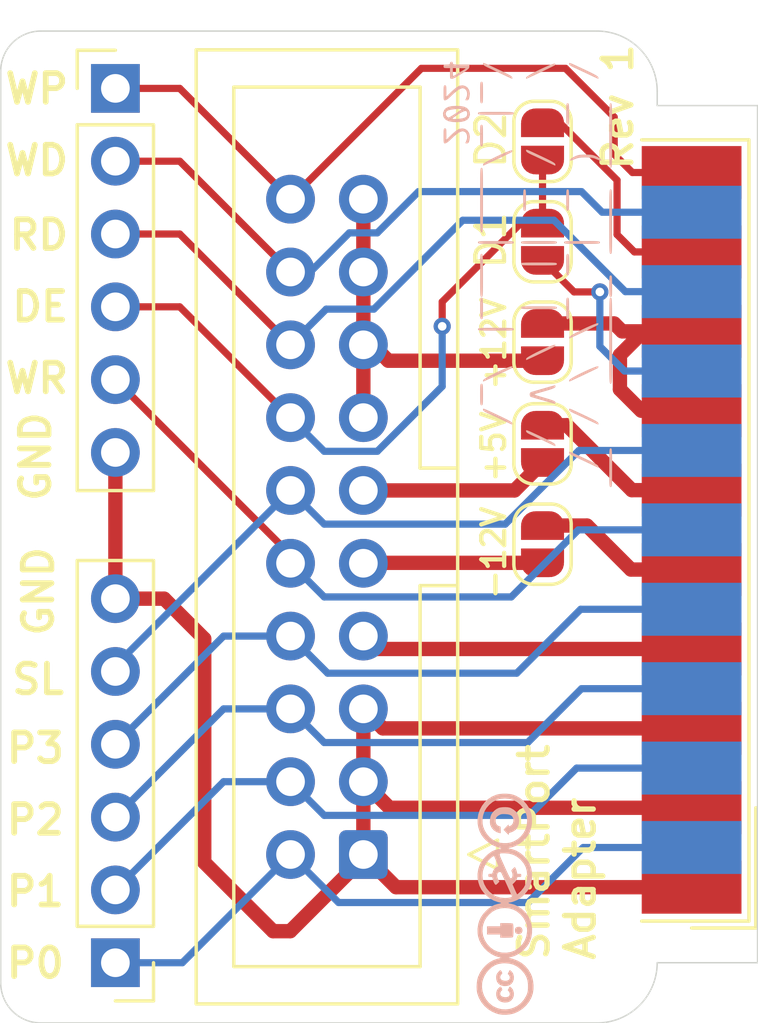
<source format=kicad_pcb>
(kicad_pcb (version 20240108) (generator "pcbnew") (generator_version "8.0")
  (title_block (title "Smartport Adapter") (rev "1"))
  (layers (0 "F.Cu" signal) (31 "B.Cu" signal) (34 "B.Paste" user) (35 "F.Paste" user) (36 "B.SilkS" user "B.Silkscreen") (37 "F.SilkS" user "F.Silkscreen") (38 "B.Mask" user) (39 "F.Mask" user) (44 "Edge.Cuts" user))
  (net 0 "")
  (net 1 "WR_PROTECT")
  (net 2 "WR_REQ")
  (net 3 "DEVICE_ENABLE")
  (net 4 "+12V_D")
  (net 5 "GND")
  (net 6 "RD_DATA")
  (net 7 "WR_DATA")
  (net 8 "STEP1")
  (net 9 "SEL")
  (net 10 "VCC_D")
  (net 11 "STEP0")
  (net 12 "STEP3")
  (net 13 "STEP2")
  (net 14 "-12V_D")
  (net 15 "VCC")
  (net 16 "-12V")
  (net 17 "+12V")
  (net 18 "DEVICE_ENABLE_D")
  (net 19 "DEVICE_ENABLE2")
  (net 20 "GND4")
  (footprint "Jumper:SolderJumper-2_P1.3mm_Open_RoundedPad1.0x1.5mm" (layer "F.Cu") (at 161.5 97.4 90)
    (property "Reference" "-12V" (at -0.3 -1.7 90) (layer "F.SilkS") (effects (font (size 0.8 0.8))))
    (property "Value" "-12V")
    (pad "1" smd custom (at -0.65 0 90) (size 1 0.5) (layers "F.Cu" "F.Mask") (net 14 "-12V_D") (options (clearance outline) (anchor rect)) (primitives (gr_circle (center 0 0.25) (end 0.5 0.25) (width 0) (fill yes)) (gr_circle (center 0 -0.25) (end 0.5 -0.25) (width 0) (fill yes)) (gr_poly (pts (xy 0.5 0.75) (xy 0 0.75) (xy 0 -0.75) (xy 0.5 -0.75)) (width 0) (fill yes))))
    (pad "2" smd custom (at 0.65 0 90) (size 1 0.5) (layers "F.Cu" "F.Mask") (net 16 "-12V") (options (clearance outline) (anchor rect)) (primitives (gr_circle (center 0 0.25) (end 0.5 0.25) (width 0) (fill yes)) (gr_circle (center 0 -0.25) (end 0.5 -0.25) (width 0) (fill yes)) (gr_poly (pts (xy 0 0.75) (xy -0.5 0.75) (xy -0.5 -0.75) (xy 0 -0.75)) (width 0) (fill yes))))
  )
  (footprint "Connector_IDC:IDC-Header_2x10_P2.54mm_Vertical" (layer "F.Cu") (at 155.25 108.225 180)
    (property "Reference" "J1" (hide yes))
    (property "Value" "APPLE_SDISKII")
    (pad "1" thru_hole roundrect (at 0 0 180) (size 1.7 1.7) (drill 1) (layers "*.Cu" "*.Mask") (roundrect_rratio 0.147059) (net 5 "GND"))
    (pad "2" thru_hole circle (at 2.54 0 180) (size 1.7 1.7) (drill 1) (layers "*.Cu" "*.Mask") (net 11 "STEP0"))
    (pad "3" thru_hole circle (at 0 2.54 180) (size 1.7 1.7) (drill 1) (layers "*.Cu" "*.Mask") (net 5 "GND"))
    (pad "4" thru_hole circle (at 2.54 2.54 180) (size 1.7 1.7) (drill 1) (layers "*.Cu" "*.Mask") (net 8 "STEP1"))
    (pad "5" thru_hole circle (at 0 5.08 180) (size 1.7 1.7) (drill 1) (layers "*.Cu" "*.Mask") (net 5 "GND"))
    (pad "6" thru_hole circle (at 2.54 5.08 180) (size 1.7 1.7) (drill 1) (layers "*.Cu" "*.Mask") (net 13 "STEP2"))
    (pad "7" thru_hole circle (at 0 7.62 180) (size 1.7 1.7) (drill 1) (layers "*.Cu" "*.Mask") (net 20 "GND4"))
    (pad "8" thru_hole circle (at 2.54 7.62 180) (size 1.7 1.7) (drill 1) (layers "*.Cu" "*.Mask") (net 12 "STEP3"))
    (pad "9" thru_hole circle (at 0 10.16 180) (size 1.7 1.7) (drill 1) (layers "*.Cu" "*.Mask") (net 14 "-12V_D"))
    (pad "10" thru_hole circle (at 2.54 10.16 180) (size 1.7 1.7) (drill 1) (layers "*.Cu" "*.Mask") (net 2 "WR_REQ"))
    (pad "11" thru_hole circle (at 0 12.7 180) (size 1.7 1.7) (drill 1) (layers "*.Cu" "*.Mask") (net 10 "VCC_D"))
    (pad "12" thru_hole circle (at 2.54 12.7 180) (size 1.7 1.7) (drill 1) (layers "*.Cu" "*.Mask") (net 9 "SEL"))
    (pad "13" thru_hole circle (at 0 15.24 180) (size 1.7 1.7) (drill 1) (layers "*.Cu" "*.Mask") (net 4 "+12V_D"))
    (pad "14" thru_hole circle (at 2.54 15.24 180) (size 1.7 1.7) (drill 1) (layers "*.Cu" "*.Mask") (net 18 "DEVICE_ENABLE_D"))
    (pad "15" thru_hole circle (at 0 17.78 180) (size 1.7 1.7) (drill 1) (layers "*.Cu" "*.Mask") (net 4 "+12V_D"))
    (pad "16" thru_hole circle (at 2.54 17.78 180) (size 1.7 1.7) (drill 1) (layers "*.Cu" "*.Mask") (net 6 "RD_DATA"))
    (pad "17" thru_hole circle (at 0 20.32 180) (size 1.7 1.7) (drill 1) (layers "*.Cu" "*.Mask") (net 4 "+12V_D"))
    (pad "18" thru_hole circle (at 2.54 20.32 180) (size 1.7 1.7) (drill 1) (layers "*.Cu" "*.Mask") (net 7 "WR_DATA"))
    (pad "19" thru_hole circle (at 0 22.86 180) (size 1.7 1.7) (drill 1) (layers "*.Cu" "*.Mask") (net 4 "+12V_D"))
    (pad "20" thru_hole circle (at 2.54 22.86 180) (size 1.7 1.7) (drill 1) (layers "*.Cu" "*.Mask") (net 1 "WR_PROTECT"))
  )
  (footprint "Jumper:SolderJumper-2_P1.3mm_Open_RoundedPad1.0x1.5mm" (layer "F.Cu") (at 161.5 86.85 -90)
    (property "Reference" "D1" (at -0.05 1.8 90) (layer "F.SilkS"))
    (property "Value" "D1" (hide yes))
    (pad "1" smd custom (at -0.65 0 270) (size 1 0.5) (layers "F.Cu" "F.Mask") (net 18 "DEVICE_ENABLE_D") (options (clearance outline) (anchor rect)) (primitives (gr_circle (center 0 0.25) (end 0.5 0.25) (width 0) (fill yes)) (gr_circle (center 0 -0.25) (end 0.5 -0.25) (width 0) (fill yes)) (gr_poly (pts (xy 0.5 0.75) (xy 0 0.75) (xy 0 -0.75) (xy 0.5 -0.75)) (width 0) (fill yes))))
    (pad "2" smd custom (at 0.65 0 270) (size 1 0.5) (layers "F.Cu" "F.Mask") (net 3 "DEVICE_ENABLE") (options (clearance outline) (anchor rect)) (primitives (gr_circle (center 0 0.25) (end 0.5 0.25) (width 0) (fill yes)) (gr_circle (center 0 -0.25) (end 0.5 -0.25) (width 0) (fill yes)) (gr_poly (pts (xy 0 0.75) (xy -0.5 0.75) (xy -0.5 -0.75) (xy 0 -0.75)) (width 0) (fill yes))))
  )
  (footprint "Connector_PinHeader_2.54mm:PinHeader_1x06_P2.54mm_Vertical" (layer "F.Cu") (at 146.6 112 180)
    (property "Reference" "J3" (hide yes))
    (property "Value" "PHx/SEL" (hide yes))
    (pad "1" thru_hole rect (at 0 0 180) (size 1.7 1.7) (drill 1) (layers "*.Cu" "*.Mask") (net 11 "STEP0"))
    (pad "2" thru_hole oval (at 0 2.54 180) (size 1.7 1.7) (drill 1) (layers "*.Cu" "*.Mask") (net 8 "STEP1"))
    (pad "3" thru_hole oval (at 0 5.08 180) (size 1.7 1.7) (drill 1) (layers "*.Cu" "*.Mask") (net 13 "STEP2"))
    (pad "4" thru_hole oval (at 0 7.62 180) (size 1.7 1.7) (drill 1) (layers "*.Cu" "*.Mask") (net 12 "STEP3"))
    (pad "5" thru_hole oval (at 0 10.16 180) (size 1.7 1.7) (drill 1) (layers "*.Cu" "*.Mask") (net 9 "SEL"))
    (pad "6" thru_hole oval (at 0 12.7 180) (size 1.7 1.7) (drill 1) (layers "*.Cu" "*.Mask") (net 5 "GND"))
  )
  (footprint "Jumper:SolderJumper-2_P1.3mm_Open_RoundedPad1.0x1.5mm" (layer "F.Cu") (at 161.5 83.35 90)
    (property "Reference" "D2" (at 0.05 -1.8 90) (layer "F.SilkS"))
    (property "Value" "D2")
    (pad "1" smd custom (at -0.65 0 90) (size 1 0.5) (layers "F.Cu" "F.Mask") (net 18 "DEVICE_ENABLE_D") (options (clearance outline) (anchor rect)) (primitives (gr_circle (center 0 0.25) (end 0.5 0.25) (width 0) (fill yes)) (gr_circle (center 0 -0.25) (end 0.5 -0.25) (width 0) (fill yes)) (gr_poly (pts (xy 0.5 0.75) (xy 0 0.75) (xy 0 -0.75) (xy 0.5 -0.75)) (width 0) (fill yes))))
    (pad "2" smd custom (at 0.65 0 90) (size 1 0.5) (layers "F.Cu" "F.Mask") (net 19 "DEVICE_ENABLE2") (options (clearance outline) (anchor rect)) (primitives (gr_circle (center 0 0.25) (end 0.5 0.25) (width 0) (fill yes)) (gr_circle (center 0 -0.25) (end 0.5 -0.25) (width 0) (fill yes)) (gr_poly (pts (xy 0 0.75) (xy -0.5 0.75) (xy -0.5 -0.75) (xy 0 -0.75)) (width 0) (fill yes))))
  )
  (footprint "Jumper:SolderJumper-2_P1.3mm_Open_RoundedPad1.0x1.5mm" (layer "F.Cu") (at 161.5 90.35 90)
    (property "Reference" "+12V" (at -0.05 -1.7 90) (layer "F.SilkS") (effects (font (size 0.8 0.8))))
    (property "Value" "+12V")
    (pad "1" smd custom (at -0.65 0 90) (size 1 0.5) (layers "F.Cu" "F.Mask") (net 4 "+12V_D") (options (clearance outline) (anchor rect)) (primitives (gr_circle (center 0 0.25) (end 0.5 0.25) (width 0) (fill yes)) (gr_circle (center 0 -0.25) (end 0.5 -0.25) (width 0) (fill yes)) (gr_poly (pts (xy 0.5 0.75) (xy 0 0.75) (xy 0 -0.75) (xy 0.5 -0.75)) (width 0) (fill yes))))
    (pad "2" smd custom (at 0.65 0 90) (size 1 0.5) (layers "F.Cu" "F.Mask") (net 17 "+12V") (options (clearance outline) (anchor rect)) (primitives (gr_circle (center 0 0.25) (end 0.5 0.25) (width 0) (fill yes)) (gr_circle (center 0 -0.25) (end 0.5 -0.25) (width 0) (fill yes)) (gr_poly (pts (xy 0 0.75) (xy -0.5 0.75) (xy -0.5 -0.75) (xy 0 -0.75)) (width 0) (fill yes))))
  )
  (footprint "Jumper:SolderJumper-2_P1.3mm_Open_RoundedPad1.0x1.5mm" (layer "F.Cu") (at 161.5 93.9 90)
    (property "Reference" "+5V" (at -0.1 -1.7 90) (layer "F.SilkS") (effects (font (size 0.8 0.8))))
    (property "Value" "+5V")
    (pad "1" smd custom (at -0.65 0 90) (size 1 0.5) (layers "F.Cu" "F.Mask") (net 10 "VCC_D") (options (clearance outline) (anchor rect)) (primitives (gr_circle (center 0 0.25) (end 0.5 0.25) (width 0) (fill yes)) (gr_circle (center 0 -0.25) (end 0.5 -0.25) (width 0) (fill yes)) (gr_poly (pts (xy 0.5 0.75) (xy 0 0.75) (xy 0 -0.75) (xy 0.5 -0.75)) (width 0) (fill yes))))
    (pad "2" smd custom (at 0.65 0 90) (size 1 0.5) (layers "F.Cu" "F.Mask") (net 15 "VCC") (options (clearance outline) (anchor rect)) (primitives (gr_circle (center 0 0.25) (end 0.5 0.25) (width 0) (fill yes)) (gr_circle (center 0 -0.25) (end 0.5 -0.25) (width 0) (fill yes)) (gr_poly (pts (xy 0 0.75) (xy -0.5 0.75) (xy -0.5 -0.75) (xy 0 -0.75)) (width 0) (fill yes))))
  )
  (footprint "Connector_PinHeader_2.54mm:PinHeader_1x06_P2.54mm_Vertical" (layer "F.Cu") (at 146.6 81.5)
    (property "Reference" "J2" (hide yes))
    (property "Value" "Data Pin" (hide yes))
    (pad "1" thru_hole rect (at 0 0) (size 1.7 1.7) (drill 1) (layers "*.Cu" "*.Mask") (net 1 "WR_PROTECT"))
    (pad "2" thru_hole oval (at 0 2.54) (size 1.7 1.7) (drill 1) (layers "*.Cu" "*.Mask") (net 7 "WR_DATA"))
    (pad "3" thru_hole oval (at 0 5.08) (size 1.7 1.7) (drill 1) (layers "*.Cu" "*.Mask") (net 6 "RD_DATA"))
    (pad "4" thru_hole oval (at 0 7.62) (size 1.7 1.7) (drill 1) (layers "*.Cu" "*.Mask") (net 18 "DEVICE_ENABLE_D"))
    (pad "5" thru_hole oval (at 0 10.16) (size 1.7 1.7) (drill 1) (layers "*.Cu" "*.Mask") (net 2 "WR_REQ"))
    (pad "6" thru_hole oval (at 0 12.7) (size 1.7 1.7) (drill 1) (layers "*.Cu" "*.Mask") (net 5 "GND"))
  )
  (footprint "D-SUB-19:DSUB-19-Edge" (layer "F.Cu") (at 158.25 92.045 -90)
    (property "Reference" "U1" (hide yes))
    (property "Value" "~")
    (pad "1" smd rect (at 17.32 -8.45 270) (size 1.846667 3.48) (layers "F.Cu" "F.Paste" "F.Mask") (net 5 "GND"))
    (pad "2" smd rect (at 14.55 -8.45 270) (size 1.846667 3.48) (layers "F.Cu" "F.Paste" "F.Mask") (net 5 "GND"))
    (pad "3" smd rect (at 11.78 -8.45 270) (size 1.846667 3.48) (layers "F.Cu" "F.Paste" "F.Mask") (net 5 "GND"))
    (pad "4" smd rect (at 9.01 -8.45 270) (size 1.846667 3.48) (layers "F.Cu" "F.Paste" "F.Mask") (net 20 "GND4"))
    (pad "5" smd rect (at 6.24 -8.45 270) (size 1.846667 3.48) (layers "F.Cu" "F.Paste" "F.Mask") (net 16 "-12V"))
    (pad "6" smd rect (at 3.47 -8.45 270) (size 1.846667 3.48) (layers "F.Cu" "F.Paste" "F.Mask") (net 15 "VCC"))
    (pad "7" smd rect (at 0.7 -8.45 270) (size 1.846667 3.48) (layers "F.Cu" "F.Paste" "F.Mask") (net 17 "+12V"))
    (pad "8" smd rect (at -2.07 -8.45 270) (size 1.846667 3.48) (layers "F.Cu" "F.Paste" "F.Mask") (net 17 "+12V"))
    (pad "9" smd rect (at -4.84 -8.45 270) (size 1.846667 3.48) (layers "F.Cu" "F.Paste" "F.Mask") (net 19 "DEVICE_ENABLE2"))
    (pad "10" smd rect (at -7.61 -8.45 270) (size 1.846667 3.48) (layers "F.Cu" "F.Paste" "F.Mask") (net 1 "WR_PROTECT"))
    (pad "11" smd rect (at 15.935 -8.45 270) (size 1.846667 3.48) (layers "B.Cu" "B.Paste" "B.Mask") (net 11 "STEP0"))
    (pad "12" smd rect (at 13.165 -8.45 270) (size 1.846667 3.48) (layers "B.Cu" "B.Paste" "B.Mask") (net 8 "STEP1"))
    (pad "13" smd rect (at 10.395 -8.45 270) (size 1.846667 3.48) (layers "B.Cu" "B.Paste" "B.Mask") (net 13 "STEP2"))
    (pad "14" smd rect (at 7.625 -8.45 270) (size 1.846667 3.48) (layers "B.Cu" "B.Paste" "B.Mask") (net 12 "STEP3"))
    (pad "15" smd rect (at 4.855 -8.45 270) (size 1.846667 3.48) (layers "B.Cu" "B.Paste" "B.Mask") (net 2 "WR_REQ"))
    (pad "16" smd rect (at 2.085 -8.45 270) (size 1.846667 3.48) (layers "B.Cu" "B.Paste" "B.Mask") (net 9 "SEL"))
    (pad "17" smd rect (at -0.685 -8.45 270) (size 1.846667 3.48) (layers "B.Cu" "B.Paste" "B.Mask") (net 3 "DEVICE_ENABLE"))
    (pad "18" smd rect (at -3.455 -8.45 270) (size 1.846667 3.48) (layers "B.Cu" "B.Paste" "B.Mask") (net 6 "RD_DATA"))
    (pad "19" smd rect (at -6.225 -8.45 270) (size 1.846667 3.48) (layers "B.Cu" "B.Paste" "B.Mask") (net 7 "WR_DATA"))
  )
  (footprint "LOGO" (layer "B.Cu") (at 160.2 108.85 90)
    (property "Reference" " " (at 0 0 90) (layer "B.SilkS") (effects (font (size 1.5 1.5) (thickness 0.3)) (justify mirror)))
    (property "Value" "LOGO" (hide yes))
  )
  (footprint "LOGO" (layer "B.Cu") (at 161.2 87.9 90)
    (property "Reference" " " (at 0 0 90) (layer "B.SilkS") (effects (font (size 1.5 1.5) (thickness 0.3)) (justify mirror)))
    (property "Value" "LOGO" (hide yes))
  )
  (gr_line (start 161.9 79.5) (end 163.4 79.5) (stroke (width 0.05)) (layer "Edge.Cuts"))
  (gr_arc (start 163.4 79.5) (mid 164.884924 80.115076) (end 165.5 81.6) (stroke (width 0.05)) (layer "Edge.Cuts"))
  (gr_line (start 169 112) (end 165.5 112) (stroke (width 0.05)) (layer "Edge.Cuts"))
  (gr_line (start 165.5 82.1) (end 165.5 81.6) (stroke (width 0.05)) (layer "Edge.Cuts"))
  (gr_line (start 142.6 80.9) (end 142.6 112.7) (stroke (width 0.05)) (layer "Edge.Cuts"))
  (gr_arc (start 165.5 112) (mid 164.884924 113.484924) (end 163.4 114.1) (stroke (width 0.05)) (layer "Edge.Cuts"))
  (gr_line (start 161.9 79.5) (end 144 79.5) (stroke (width 0.05)) (layer "Edge.Cuts"))
  (gr_line (start 169 82.1) (end 165.5 82.1) (stroke (width 0.05)) (layer "Edge.Cuts"))
  (gr_arc (start 144 114.1) (mid 143.010051 113.689949) (end 142.6 112.7) (stroke (width 0.05)) (layer "Edge.Cuts"))
  (gr_line (start 169 112) (end 169 82.1) (stroke (width 0.05)) (layer "Edge.Cuts"))
  (gr_arc (start 142.6 80.9) (mid 143.010051 79.910051) (end 144 79.5) (stroke (width 0.05)) (layer "Edge.Cuts"))
  (gr_line (start 144 114.1) (end 163.4 114.1) (stroke (width 0.05)) (layer "Edge.Cuts"))
  (gr_text "Rev 1" (at 164.71 84.435 90) (layer "F.SilkS") (effects (font (size 1 1) (thickness 0.1875)) (justify left bottom)))
  (gr_text "DE" (at 142.895238 89.7 0) (layer "F.SilkS") (effects (font (size 1 1) (thickness 0.2) (bold yes)) (justify left bottom)))
  (gr_text "P1" (at 142.7 110.1 0) (layer "F.SilkS") (effects (font (size 1 1) (thickness 0.2) (bold yes)) (justify left bottom)))
  (gr_text "P0" (at 142.7 112.6 0) (layer "F.SilkS") (effects (font (size 1 1) (thickness 0.2) (bold yes)) (justify left bottom)))
  (gr_text "P2" (at 142.7 107.6 0) (layer "F.SilkS") (effects (font (size 1 1) (thickness 0.2) (bold yes)) (justify left bottom)))
  (gr_text "GND" (at 144.4 96 90) (layer "F.SilkS") (effects (font (size 1 1) (thickness 0.2) (bold yes)) (justify left bottom)))
  (gr_text "WD" (at 142.657143 84.6 0) (layer "F.SilkS") (effects (font (size 1 1) (thickness 0.2) (bold yes)) (justify left bottom)))
  (gr_text "WP" (at 142.657143 82.1 0) (layer "F.SilkS") (effects (font (size 1 1) (thickness 0.2) (bold yes)) (justify left bottom)))
  (gr_text "SmartPort\nAdapter\n" (at 163.4 112 90) (layer "F.SilkS") (effects (font (size 1 1) (thickness 0.1875) (bold yes)) (justify left bottom)))
  (gr_text "GND" (at 144.5 100.7 90) (layer "F.SilkS") (effects (font (size 1 1) (thickness 0.2) (bold yes)) (justify left bottom)))
  (gr_text "RD" (at 142.8 87.2 0) (layer "F.SilkS") (effects (font (size 1 1) (thickness 0.2) (bold yes)) (justify left bottom)))
  (gr_text "SL" (at 142.890476 102.7 0) (layer "F.SilkS") (effects (font (size 1 1) (thickness 0.2) (bold yes)) (justify left bottom)))
  (gr_text "WR" (at 142.657143 92.2 0) (layer "F.SilkS") (effects (font (size 1 1) (thickness 0.2) (bold yes)) (justify left bottom)))
  (gr_text "P3" (at 142.7 105.1 0) (layer "F.SilkS") (effects (font (size 1 1) (thickness 0.2) (bold yes)) (justify left bottom)))
  (segment (start 162.3 80.8) (end 157.275 80.8) (width 0.25) (layer "F.Cu") (net 1))
  (segment (start 164 83.8) (end 164 82.5) (width 0.25) (layer "F.Cu") (net 1))
  (segment (start 164.635 84.435) (end 164 83.8) (width 0.25) (layer "F.Cu") (net 1))
  (segment (start 148.845 81.5) (end 152.71 85.365) (width 0.25) (layer "F.Cu") (net 1))
  (segment (start 166.455 84.19) (end 166.7 84.435) (width 0.25) (layer "F.Cu") (net 1))
  (segment (start 146.6 81.5) (end 148.845 81.5) (width 0.25) (layer "F.Cu") (net 1))
  (segment (start 166.7 84.435) (end 164.635 84.435) (width 0.25) (layer "F.Cu") (net 1))
  (segment (start 164 82.5) (end 162.3 80.8) (width 0.25) (layer "F.Cu") (net 1))
  (segment (start 157.275 80.8) (end 152.71 85.365) (width 0.25) (layer "F.Cu") (net 1))
  (segment (start 152.71 97.77) (end 152.71 98.065) (width 0.25) (layer "F.Cu") (net 2))
  (segment (start 146.6 91.66) (end 152.71 97.77) (width 0.25) (layer "F.Cu") (net 2))
  (segment (start 162.75 96.9) (end 166.7 96.9) (width 0.25) (layer "B.Cu") (net 2))
  (segment (start 160.41 99.24) (end 162.75 96.9) (width 0.25) (layer "B.Cu") (net 2))
  (segment (start 153.885 99.24) (end 160.41 99.24) (width 0.25) (layer "B.Cu") (net 2))
  (segment (start 152.71 98.065) (end 153.885 99.24) (width 0.25) (layer "B.Cu") (net 2))
  (segment (start 163.5 88.6) (end 162.6 88.6) (width 0.25) (layer "F.Cu") (net 3))
  (segment (start 162.6 88.6) (end 161.5 87.5) (width 0.25) (layer "F.Cu") (net 3))
  (via (at 163.5 88.6) (size 0.6) (drill 0.3) (layers "F.Cu" "B.Cu") (net 3))
  (segment (start 163.5 90.5) (end 163.5 88.6) (width 0.25) (layer "B.Cu") (net 3))
  (segment (start 166.7 91.36) (end 164.36 91.36) (width 0.25) (layer "B.Cu") (net 3))
  (segment (start 166.25 91.81) (end 166.7 91.36) (width 0.25) (layer "B.Cu") (net 3))
  (segment (start 164.36 91.36) (end 163.5 90.5) (width 0.25) (layer "B.Cu") (net 3))
  (segment (start 155.25 90.13) (end 155.25 92.67) (width 0.5) (layer "F.Cu") (net 4))
  (segment (start 161.5 91) (end 156.12 91) (width 0.5) (layer "F.Cu") (net 4))
  (segment (start 156.12 91) (end 155.25 90.13) (width 0.5) (layer "F.Cu") (net 4))
  (segment (start 155.25 87.59) (end 155.25 90.13) (width 0.5) (layer "F.Cu") (net 4))
  (segment (start 155.25 85.05) (end 155.25 87.59) (width 0.5) (layer "F.Cu") (net 4))
  (segment (start 166.7 109.365) (end 156.39 109.365) (width 0.5) (layer "F.Cu") (net 5))
  (segment (start 155.25 108.225) (end 155.25 105.685) (width 0.5) (layer "F.Cu") (net 5))
  (segment (start 155.25 108.35) (end 152.7 110.9) (width 0.5) (layer "F.Cu") (net 5))
  (segment (start 152.7 110.9) (end 152.1 110.9) (width 0.5) (layer "F.Cu") (net 5))
  (segment (start 156.39 109.365) (end 155.25 108.225) (width 0.5) (layer "F.Cu") (net 5))
  (segment (start 152.1 110.9) (end 149.7 108.5) (width 0.5) (layer "F.Cu") (net 5))
  (segment (start 166.7 106.595) (end 156.16 106.595) (width 0.5) (layer "F.Cu") (net 5))
  (segment (start 155.25 108.225) (end 155.25 108.35) (width 0.25) (layer "F.Cu") (net 5))
  (segment (start 155.25 105.685) (end 155.25 103.145) (width 0.5) (layer "F.Cu") (net 5))
  (segment (start 148.3 99.3) (end 146.6 99.3) (width 0.5) (layer "F.Cu") (net 5))
  (segment (start 146.6 94.2) (end 146.6 99.3) (width 0.5) (layer "F.Cu") (net 5))
  (segment (start 149.7 100.7) (end 148.3 99.3) (width 0.5) (layer "F.Cu") (net 5))
  (segment (start 155.25 108.65) (end 155.25 108.225) (width 0.25) (layer "F.Cu") (net 5))
  (segment (start 149.7 108.5) (end 149.7 100.7) (width 0.5) (layer "F.Cu") (net 5))
  (segment (start 156.16 106.595) (end 155.25 105.685) (width 0.5) (layer "F.Cu") (net 5))
  (segment (start 166.7 103.825) (end 155.93 103.825) (width 0.5) (layer "F.Cu") (net 5))
  (segment (start 155.93 103.825) (end 155.25 103.145) (width 0.5) (layer "F.Cu") (net 5))
  (segment (start 146.6 86.58) (end 148.845 86.58) (width 0.25) (layer "F.Cu") (net 6))
  (segment (start 148.845 86.58) (end 152.71 90.445) (width 0.25) (layer "F.Cu") (net 6))
  (segment (start 152.71 90.445) (end 153.955 89.2) (width 0.25) (layer "B.Cu") (net 6))
  (segment (start 158.716701 86.1) (end 161.9 86.1) (width 0.25) (layer "B.Cu") (net 6))
  (segment (start 161.9 86.1) (end 164.39 88.59) (width 0.25) (layer "B.Cu") (net 6))
  (segment (start 155.616701 89.2) (end 158.716701 86.1) (width 0.25) (layer "B.Cu") (net 6))
  (segment (start 153.955 89.2) (end 155.616701 89.2) (width 0.25) (layer "B.Cu") (net 6))
  (segment (start 164.39 88.59) (end 166.7 88.59) (width 0.25) (layer "B.Cu") (net 6))
  (segment (start 148.845 84.04) (end 152.71 87.905) (width 0.25) (layer "F.Cu") (net 7))
  (segment (start 146.6 84.04) (end 148.845 84.04) (width 0.25) (layer "F.Cu") (net 7))
  (segment (start 154.76 86.54) (end 155.736701 86.54) (width 0.25) (layer "B.Cu") (net 7))
  (segment (start 152.71 87.905) (end 153.395 87.905) (width 0.25) (layer "B.Cu") (net 7))
  (segment (start 157.176701 85.1) (end 162.86 85.1) (width 0.25) (layer "B.Cu") (net 7))
  (segment (start 155.736701 86.54) (end 157.176701 85.1) (width 0.25) (layer "B.Cu") (net 7))
  (segment (start 153.395 87.905) (end 154.76 86.54) (width 0.25) (layer "B.Cu") (net 7))
  (segment (start 163.58 85.82) (end 166.7 85.82) (width 0.25) (layer "B.Cu") (net 7))
  (segment (start 162.86 85.1) (end 163.58 85.82) (width 0.25) (layer "B.Cu") (net 7))
  (segment (start 150.375 105.685) (end 146.6 109.46) (width 0.25) (layer "B.Cu") (net 8))
  (segment (start 153.885 106.86) (end 161.04 106.86) (width 0.25) (layer "B.Cu") (net 8))
  (segment (start 152.71 105.685) (end 153.885 106.86) (width 0.25) (layer "B.Cu") (net 8))
  (segment (start 162.69 105.21) (end 166.7 105.21) (width 0.25) (layer "B.Cu") (net 8))
  (segment (start 152.71 105.685) (end 150.375 105.685) (width 0.25) (layer "B.Cu") (net 8))
  (segment (start 161.04 106.86) (end 162.69 105.21) (width 0.25) (layer "B.Cu") (net 8))
  (segment (start 162.77 94.13) (end 166.7 94.13) (width 0.25) (layer "B.Cu") (net 9))
  (segment (start 160.2 96.7) (end 162.77 94.13) (width 0.25) (layer "B.Cu") (net 9))
  (segment (start 146.6 101.635) (end 146.6 101.84) (width 0.25) (layer "B.Cu") (net 9))
  (segment (start 152.71 95.525) (end 153.885 96.7) (width 0.25) (layer "B.Cu") (net 9))
  (segment (start 152.71 95.525) (end 146.6 101.635) (width 0.25) (layer "B.Cu") (net 9))
  (segment (start 153.885 96.7) (end 160.2 96.7) (width 0.25) (layer "B.Cu") (net 9))
  (segment (start 161.5 94.55) (end 160.525 95.525) (width 0.5) (layer "F.Cu") (net 10))
  (segment (start 160.525 95.525) (end 155.25 95.525) (width 0.5) (layer "F.Cu") (net 10))
  (segment (start 155.25 95.525) (end 155.25 95.21) (width 0.5) (layer "F.Cu") (net 10))
  (segment (start 155.475 95.3) (end 155.25 95.525) (width 0.5) (layer "F.Cu") (net 10))
  (segment (start 148.935 112) (end 146.6 112) (width 0.25) (layer "B.Cu") (net 11))
  (segment (start 162.92 107.98) (end 166.7 107.98) (width 0.25) (layer "B.Cu") (net 11))
  (segment (start 161 109.9) (end 162.92 107.98) (width 0.25) (layer "B.Cu") (net 11))
  (segment (start 152.71 108.225) (end 154.385 109.9) (width 0.25) (layer "B.Cu") (net 11))
  (segment (start 154.385 109.9) (end 161 109.9) (width 0.25) (layer "B.Cu") (net 11))
  (segment (start 152.71 108.225) (end 148.935 112) (width 0.25) (layer "B.Cu") (net 11))
  (segment (start 154.005 101.9) (end 160.6 101.9) (width 0.25) (layer "B.Cu") (net 12))
  (segment (start 152.71 100.605) (end 150.375 100.605) (width 0.25) (layer "B.Cu") (net 12))
  (segment (start 152.71 100.605) (end 154.005 101.9) (width 0.25) (layer "B.Cu") (net 12))
  (segment (start 150.375 100.605) (end 146.6 104.38) (width 0.25) (layer "B.Cu") (net 12))
  (segment (start 162.83 99.67) (end 166.7 99.67) (width 0.25) (layer "B.Cu") (net 12))
  (segment (start 160.6 101.9) (end 162.83 99.67) (width 0.25) (layer "B.Cu") (net 12))
  (segment (start 150.375 103.145) (end 146.6 106.92) (width 0.25) (layer "B.Cu") (net 13))
  (segment (start 162.86 102.44) (end 166.7 102.44) (width 0.25) (layer "B.Cu") (net 13))
  (segment (start 153.885 104.32) (end 160.98 104.32) (width 0.25) (layer "B.Cu") (net 13))
  (segment (start 160.98 104.32) (end 162.86 102.44) (width 0.25) (layer "B.Cu") (net 13))
  (segment (start 152.71 103.145) (end 150.375 103.145) (width 0.25) (layer "B.Cu") (net 13))
  (segment (start 152.71 103.145) (end 153.885 104.32) (width 0.25) (layer "B.Cu") (net 13))
  (segment (start 155.55 98.05) (end 155.25 97.75) (width 0.5) (layer "F.Cu") (net 14))
  (segment (start 161.5 98.05) (end 155.55 98.05) (width 0.5) (layer "F.Cu") (net 14))
  (segment (start 161.5 93.25) (end 162.35 93.25) (width 0.5) (layer "F.Cu") (net 15))
  (segment (start 162.35 93.25) (end 164.615 95.515) (width 0.5) (layer "F.Cu") (net 15))
  (segment (start 164.615 95.515) (end 166.7 95.515) (width 0.5) (layer "F.Cu") (net 15))
  (segment (start 164.585 98.285) (end 166.7 98.285) (width 0.5) (layer "F.Cu") (net 16))
  (segment (start 161.5 96.75) (end 163.05 96.75) (width 0.5) (layer "F.Cu") (net 16))
  (segment (start 163.05 96.75) (end 164.585 98.285) (width 0.5) (layer "F.Cu") (net 16))
  (segment (start 164.275 89.975) (end 166.7 89.975) (width 0.5) (layer "F.Cu") (net 17))
  (segment (start 164 89.7) (end 164.275 89.975) (width 0.5) (layer "F.Cu") (net 17))
  (segment (start 165.025 89.975) (end 166.7 89.975) (width 0.25) (layer "F.Cu") (net 17))
  (segment (start 164.2 90.8) (end 165.025 89.975) (width 0.5) (layer "F.Cu") (net 17))
  (segment (start 164.2 92) (end 164.2 90.8) (width 0.5) (layer "F.Cu") (net 17))
  (segment (start 161.5 89.7) (end 164 89.7) (width 0.5) (layer "F.Cu") (net 17))
  (segment (start 166.7 92.745) (end 164.945 92.745) (width 0.25) (layer "F.Cu") (net 17))
  (segment (start 164.945 92.745) (end 164.2 92) (width 0.5) (layer "F.Cu") (net 17))
  (segment (start 148.845 89.12) (end 152.71 92.985) (width 0.25) (layer "F.Cu") (net 18))
  (segment (start 161.5 84) (end 161.5 86.2) (width 0.25) (layer "F.Cu") (net 18))
  (segment (start 161.5 86.2) (end 160.745 86.2) (width 0.25) (layer "F.Cu") (net 18))
  (segment (start 160.745 86.2) (end 158 88.945) (width 0.25) (layer "F.Cu") (net 18))
  (segment (start 146.6 89.12) (end 148.845 89.12) (width 0.25) (layer "F.Cu") (net 18))
  (segment (start 158 88.945) (end 158 89.8) (width 0.25) (layer "F.Cu") (net 18))
  (via (at 158 89.8) (size 0.6) (drill 0.3) (layers "F.Cu" "B.Cu") (net 18))
  (segment (start 153.885 94.16) (end 152.71 92.985) (width 0.25) (layer "B.Cu") (net 18))
  (segment (start 158 89.8) (end 158 91.896701) (width 0.25) (layer "B.Cu") (net 18))
  (segment (start 155.736701 94.16) (end 153.885 94.16) (width 0.25) (layer "B.Cu") (net 18))
  (segment (start 158 91.896701) (end 155.736701 94.16) (width 0.25) (layer "B.Cu") (net 18))
  (segment (start 164.1 86.6) (end 164.1 84.7) (width 0.25) (layer "F.Cu") (net 19))
  (segment (start 166.7 87.205) (end 164.705 87.205) (width 0.25) (layer "F.Cu") (net 19))
  (segment (start 164.705 87.205) (end 164.1 86.6) (width 0.25) (layer "F.Cu") (net 19))
  (segment (start 162.1 82.7) (end 161.5 82.7) (width 0.2) (layer "F.Cu") (net 19))
  (segment (start 164.1 84.7) (end 162.1 82.7) (width 0.25) (layer "F.Cu") (net 19))
  (segment (start 155.7 101.055) (end 155.25 100.605) (width 0.5) (layer "F.Cu") (net 20))
  (segment (start 166.7 101.055) (end 155.7 101.055) (width 0.5) (layer "F.Cu") (net 20))
)
</source>
